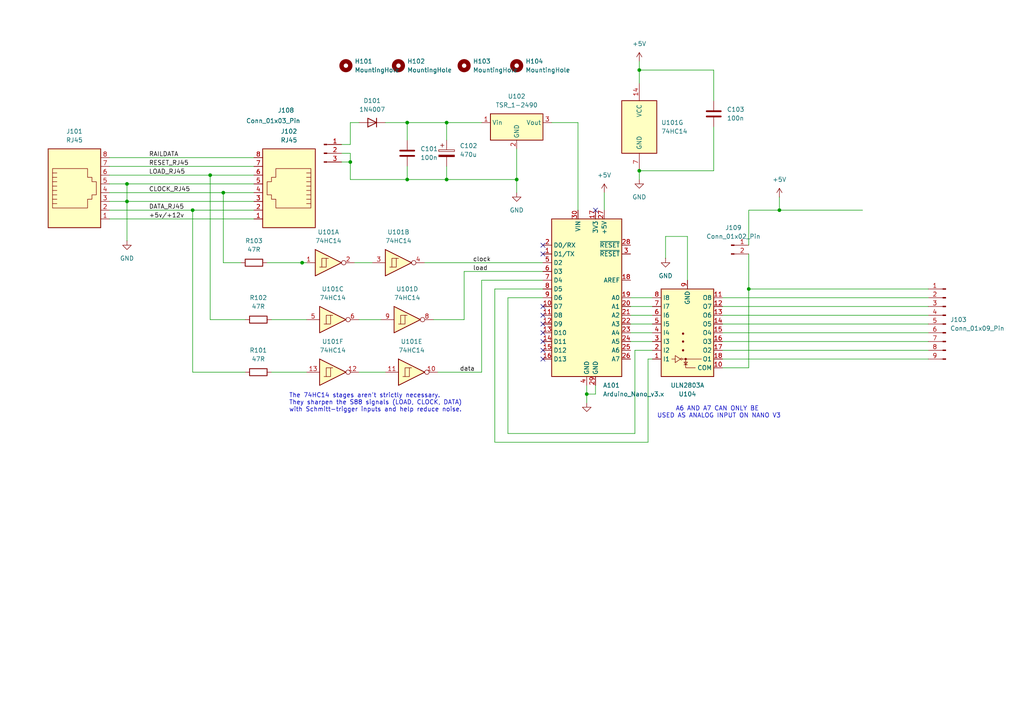
<source format=kicad_sch>
(kicad_sch (version 20250114) (generator "eeschema") (generator_version "9.0")
  (paper "A4")
  (lib_symbols
    (symbol "74xx:74HC14" (pin_names (offset 1.016))
      (property "Reference" "U" (at 0 1.27 0))
      (property "Value" "74HC14" (at 0 -1.27 0))
      (symbol "74HC14_1_0"
        (polyline (pts (xy -3.81 3.81) (xy -3.81 -3.81) (xy 3.81 0) (xy -3.81 3.81)) (stroke (width 0.254)) (fill (type background)))
        (pin input line (at -7.62 0 0) (length 3.81) (name "~") (number "1"))
        (pin output inverted (at 7.62 0 180) (length 3.81) (name "~") (number "2"))
      )
      (symbol "74HC14_1_1"
        (polyline (pts (xy -2.54 -1.27) (xy -0.635 -1.27) (xy -0.635 1.27) (xy 0 1.27)))
        (polyline (pts (xy -1.905 -1.27) (xy -1.905 1.27) (xy -0.635 1.27)))
      )
      (symbol "74HC14_2_0"
        (polyline (pts (xy -3.81 3.81) (xy -3.81 -3.81) (xy 3.81 0) (xy -3.81 3.81)) (stroke (width 0.254)) (fill (type background)))
        (pin input line (at -7.62 0 0) (length 3.81) (name "~") (number "3"))
        (pin output inverted (at 7.62 0 180) (length 3.81) (name "~") (number "4"))
      )
      (symbol "74HC14_2_1"
        (polyline (pts (xy -2.54 -1.27) (xy -0.635 -1.27) (xy -0.635 1.27) (xy 0 1.27)))
        (polyline (pts (xy -1.905 -1.27) (xy -1.905 1.27) (xy -0.635 1.27)))
      )
      (symbol "74HC14_3_0"
        (polyline (pts (xy -3.81 3.81) (xy -3.81 -3.81) (xy 3.81 0) (xy -3.81 3.81)) (stroke (width 0.254)) (fill (type background)))
        (pin input line (at -7.62 0 0) (length 3.81) (name "~") (number "5"))
        (pin output inverted (at 7.62 0 180) (length 3.81) (name "~") (number "6"))
      )
      (symbol "74HC14_3_1"
        (polyline (pts (xy -2.54 -1.27) (xy -0.635 -1.27) (xy -0.635 1.27) (xy 0 1.27)))
        (polyline (pts (xy -1.905 -1.27) (xy -1.905 1.27) (xy -0.635 1.27)))
      )
      (symbol "74HC14_4_0"
        (polyline (pts (xy -3.81 3.81) (xy -3.81 -3.81) (xy 3.81 0) (xy -3.81 3.81)) (stroke (width 0.254)) (fill (type background)))
        (pin input line (at -7.62 0 0) (length 3.81) (name "~") (number "9"))
        (pin output inverted (at 7.62 0 180) (length 3.81) (name "~") (number "8"))
      )
      (symbol "74HC14_4_1"
        (polyline (pts (xy -2.54 -1.27) (xy -0.635 -1.27) (xy -0.635 1.27) (xy 0 1.27)))
        (polyline (pts (xy -1.905 -1.27) (xy -1.905 1.27) (xy -0.635 1.27)))
      )
      (symbol "74HC14_5_0"
        (polyline (pts (xy -3.81 3.81) (xy -3.81 -3.81) (xy 3.81 0) (xy -3.81 3.81)) (stroke (width 0.254)) (fill (type background)))
        (pin input line (at -7.62 0 0) (length 3.81) (name "~") (number "11"))
        (pin output inverted (at 7.62 0 180) (length 3.81) (name "~") (number "10"))
      )
      (symbol "74HC14_5_1"
        (polyline (pts (xy -2.54 -1.27) (xy -0.635 -1.27) (xy -0.635 1.27) (xy 0 1.27)))
        (polyline (pts (xy -1.905 -1.27) (xy -1.905 1.27) (xy -0.635 1.27)))
      )
      (symbol "74HC14_6_0"
        (polyline (pts (xy -3.81 3.81) (xy -3.81 -3.81) (xy 3.81 0) (xy -3.81 3.81)) (stroke (width 0.254)) (fill (type background)))
        (pin input line (at -7.62 0 0) (length 3.81) (name "~") (number "13"))
        (pin output inverted (at 7.62 0 180) (length 3.81) (name "~") (number "12"))
      )
      (symbol "74HC14_6_1"
        (polyline (pts (xy -2.54 -1.27) (xy -0.635 -1.27) (xy -0.635 1.27) (xy 0 1.27)))
        (polyline (pts (xy -1.905 -1.27) (xy -1.905 1.27) (xy -0.635 1.27)))
      )
      (symbol "74HC14_7_0"
        (pin power_in line (at 0 12.7 270) (length 5.08) (name "VCC") (number "14"))
        (pin power_in line (at 0 -12.7 90) (length 5.08) (name "GND") (number "7"))
      )
      (symbol "74HC14_7_1"
        (rectangle (start -5.08 7.62) (end 5.08 -7.62) (stroke (width 0.254)) (fill (type background)))
      )
    )
    (symbol "Connector:Conn_01x02_Pin" (pin_names (offset 1.016) (hide yes))
      (property "Reference" "J" (at 0 2.54 0))
      (property "Value" "Conn_01x02_Pin" (at 0 -5.08 0))
      (symbol "Conn_01x02_Pin_1_1"
        (rectangle (start 0.8636 0.127) (end 0 -0.127) (stroke (width 0.1524)) (fill (type outline)))
        (rectangle (start 0.8636 -2.413) (end 0 -2.667) (stroke (width 0.1524)) (fill (type outline)))
        (polyline (pts (xy 1.27 0) (xy 0.8636 0)) (stroke (width 0.1524)))
        (polyline (pts (xy 1.27 -2.54) (xy 0.8636 -2.54)) (stroke (width 0.1524)))
        (pin passive line (at 5.08 0 180) (length 3.81) (name "Pin_1") (number "1"))
        (pin passive line (at 5.08 -2.54 180) (length 3.81) (name "Pin_2") (number "2"))
      )
    )
    (symbol "Connector:Conn_01x03_Pin" (pin_names (offset 1.016) (hide yes))
      (property "Reference" "J" (at 0 5.08 0))
      (property "Value" "Conn_01x03_Pin" (at 0 -5.08 0))
      (symbol "Conn_01x03_Pin_1_1"
        (rectangle (start 0.8636 2.667) (end 0 2.413) (stroke (width 0.1524)) (fill (type outline)))
        (rectangle (start 0.8636 0.127) (end 0 -0.127) (stroke (width 0.1524)) (fill (type outline)))
        (rectangle (start 0.8636 -2.413) (end 0 -2.667) (stroke (width 0.1524)) (fill (type outline)))
        (polyline (pts (xy 1.27 2.54) (xy 0.8636 2.54)) (stroke (width 0.1524)))
        (polyline (pts (xy 1.27 0) (xy 0.8636 0)) (stroke (width 0.1524)))
        (polyline (pts (xy 1.27 -2.54) (xy 0.8636 -2.54)) (stroke (width 0.1524)))
        (pin passive line (at 5.08 2.54 180) (length 3.81) (name "Pin_1") (number "1"))
        (pin passive line (at 5.08 0 180) (length 3.81) (name "Pin_2") (number "2"))
        (pin passive line (at 5.08 -2.54 180) (length 3.81) (name "Pin_3") (number "3"))
      )
    )
    (symbol "Connector:Conn_01x09_Pin" (pin_names (offset 1.016) (hide yes))
      (property "Reference" "J" (at 0 12.7 0))
      (property "Value" "Conn_01x09_Pin" (at 0 -12.7 0))
      (symbol "Conn_01x09_Pin_1_1"
        (rectangle (start 0.8636 10.287) (end 0 10.033) (stroke (width 0.1524)) (fill (type outline)))
        (rectangle (start 0.8636 7.747) (end 0 7.493) (stroke (width 0.1524)) (fill (type outline)))
        (rectangle (start 0.8636 5.207) (end 0 4.953) (stroke (width 0.1524)) (fill (type outline)))
        (rectangle (start 0.8636 2.667) (end 0 2.413) (stroke (width 0.1524)) (fill (type outline)))
        (rectangle (start 0.8636 0.127) (end 0 -0.127) (stroke (width 0.1524)) (fill (type outline)))
        (rectangle (start 0.8636 -2.413) (end 0 -2.667) (stroke (width 0.1524)) (fill (type outline)))
        (rectangle (start 0.8636 -4.953) (end 0 -5.207) (stroke (width 0.1524)) (fill (type outline)))
        (rectangle (start 0.8636 -7.493) (end 0 -7.747) (stroke (width 0.1524)) (fill (type outline)))
        (rectangle (start 0.8636 -10.033) (end 0 -10.287) (stroke (width 0.1524)) (fill (type outline)))
        (polyline (pts (xy 1.27 10.16) (xy 0.8636 10.16)) (stroke (width 0.1524)))
        (polyline (pts (xy 1.27 7.62) (xy 0.8636 7.62)) (stroke (width 0.1524)))
        (polyline (pts (xy 1.27 5.08) (xy 0.8636 5.08)) (stroke (width 0.1524)))
        (polyline (pts (xy 1.27 2.54) (xy 0.8636 2.54)) (stroke (width 0.1524)))
        (polyline (pts (xy 1.27 0) (xy 0.8636 0)) (stroke (width 0.1524)))
        (polyline (pts (xy 1.27 -2.54) (xy 0.8636 -2.54)) (stroke (width 0.1524)))
        (polyline (pts (xy 1.27 -5.08) (xy 0.8636 -5.08)) (stroke (width 0.1524)))
        (polyline (pts (xy 1.27 -7.62) (xy 0.8636 -7.62)) (stroke (width 0.1524)))
        (polyline (pts (xy 1.27 -10.16) (xy 0.8636 -10.16)) (stroke (width 0.1524)))
        (pin passive line (at 5.08 10.16 180) (length 3.81) (name "Pin_1") (number "1"))
        (pin passive line (at 5.08 7.62 180) (length 3.81) (name "Pin_2") (number "2"))
        (pin passive line (at 5.08 5.08 180) (length 3.81) (name "Pin_3") (number "3"))
        (pin passive line (at 5.08 2.54 180) (length 3.81) (name "Pin_4") (number "4"))
        (pin passive line (at 5.08 0 180) (length 3.81) (name "Pin_5") (number "5"))
        (pin passive line (at 5.08 -2.54 180) (length 3.81) (name "Pin_6") (number "6"))
        (pin passive line (at 5.08 -5.08 180) (length 3.81) (name "Pin_7") (number "7"))
        (pin passive line (at 5.08 -7.62 180) (length 3.81) (name "Pin_8") (number "8"))
        (pin passive line (at 5.08 -10.16 180) (length 3.81) (name "Pin_9") (number "9"))
      )
    )
    (symbol "Connector:RJ45" (pin_names (offset 1.016))
      (property "Reference" "J" (at -5.08 13.97 0))
      (property "Value" "RJ45" (at 2.54 13.97 0))
      (symbol "RJ45_0_1"
        (polyline (pts (xy -6.35 1.905) (xy -5.08 1.905) (xy -5.08 1.905)))
        (polyline (pts (xy -6.35 0.635) (xy -5.08 0.635) (xy -5.08 0.635)))
        (polyline (pts (xy -6.35 -0.635) (xy -5.08 -0.635) (xy -5.08 -0.635)))
        (polyline (pts (xy -6.35 -1.905) (xy -5.08 -1.905) (xy -5.08 -1.905)))
        (polyline (pts (xy -6.35 -3.175) (xy -5.08 -3.175) (xy -5.08 -3.175)))
        (polyline (pts (xy -6.35 -4.445) (xy -6.35 6.985) (xy 3.81 6.985) (xy 3.81 4.445) (xy 5.08 4.445) (xy 5.08 3.175) (xy 6.35 3.175) (xy 6.35 -0.635) (xy 5.08 -0.635) (xy 5.08 -1.905) (xy 3.81 -1.905) (xy 3.81 -4.445) (xy -6.35 -4.445) (xy -6.35 -4.445)))
        (polyline (pts (xy -5.08 5.715) (xy -6.35 5.715)))
        (polyline (pts (xy -5.08 4.445) (xy -6.35 4.445)))
        (polyline (pts (xy -5.08 3.175) (xy -6.35 3.175) (xy -6.35 3.175)))
        (rectangle (start 7.62 12.7) (end -7.62 -10.16) (stroke (width 0.254)) (fill (type background)))
      )
      (symbol "RJ45_1_1"
        (pin passive line (at 10.16 10.16 180) (length 2.54) (name "~") (number "8"))
        (pin passive line (at 10.16 7.62 180) (length 2.54) (name "~") (number "7"))
        (pin passive line (at 10.16 5.08 180) (length 2.54) (name "~") (number "6"))
        (pin passive line (at 10.16 2.54 180) (length 2.54) (name "~") (number "5"))
        (pin passive line (at 10.16 0 180) (length 2.54) (name "~") (number "4"))
        (pin passive line (at 10.16 -2.54 180) (length 2.54) (name "~") (number "3"))
        (pin passive line (at 10.16 -5.08 180) (length 2.54) (name "~") (number "2"))
        (pin passive line (at 10.16 -7.62 180) (length 2.54) (name "~") (number "1"))
      )
    )
    (symbol "Device:C" (pin_numbers (hide yes)) (pin_names (offset 0.254))
      (property "Reference" "C" (at 0.635 2.54 0))
      (property "Value" "C" (at 0.635 -2.54 0))
      (symbol "C_0_1"
        (polyline (pts (xy -2.032 0.762) (xy 2.032 0.762)) (stroke (width 0.508)))
        (polyline (pts (xy -2.032 -0.762) (xy 2.032 -0.762)) (stroke (width 0.508)))
      )
      (symbol "C_1_1"
        (pin passive line (at 0 3.81 270) (length 2.794) (name "~") (number "1"))
        (pin passive line (at 0 -3.81 90) (length 2.794) (name "~") (number "2"))
      )
    )
    (symbol "Device:C_Polarized" (pin_numbers (hide yes)) (pin_names (offset 0.254))
      (property "Reference" "C" (at 0.635 2.54 0))
      (property "Value" "C_Polarized" (at 0.635 -2.54 0))
      (symbol "C_Polarized_0_1"
        (rectangle (start -2.286 0.508) (end 2.286 1.016))
        (polyline (pts (xy -1.778 2.286) (xy -0.762 2.286)))
        (polyline (pts (xy -1.27 2.794) (xy -1.27 1.778)))
        (rectangle (start 2.286 -0.508) (end -2.286 -1.016) (fill (type outline)))
      )
      (symbol "C_Polarized_1_1"
        (pin passive line (at 0 3.81 270) (length 2.794) (name "~") (number "1"))
        (pin passive line (at 0 -3.81 90) (length 2.794) (name "~") (number "2"))
      )
    )
    (symbol "Device:R" (pin_numbers (hide yes)) (pin_names (offset 0))
      (property "Reference" "R" (at 2.032 0 90))
      (property "Value" "R" (at 0 0 90))
      (symbol "R_0_1"
        (rectangle (start -1.016 -2.54) (end 1.016 2.54) (stroke (width 0.254)))
      )
      (symbol "R_1_1"
        (pin passive line (at 0 3.81 270) (length 1.27) (name "~") (number "1"))
        (pin passive line (at 0 -3.81 90) (length 1.27) (name "~") (number "2"))
      )
    )
    (symbol "Diode:1N4007" (pin_numbers (hide yes)) (pin_names (hide yes))
      (property "Reference" "D" (at 0 2.54 0))
      (property "Value" "1N4007" (at 0 -2.54 0))
      (symbol "1N4007_0_1"
        (polyline (pts (xy -1.27 1.27) (xy -1.27 -1.27)) (stroke (width 0.254)))
        (polyline (pts (xy 1.27 1.27) (xy 1.27 -1.27) (xy -1.27 0) (xy 1.27 1.27)) (stroke (width 0.254)))
        (polyline (pts (xy 1.27 0) (xy -1.27 0)))
      )
      (symbol "1N4007_1_1"
        (pin passive line (at -3.81 0 0) (length 2.54) (name "K") (number "1"))
        (pin passive line (at 3.81 0 180) (length 2.54) (name "A") (number "2"))
      )
    )
    (symbol "MCU_Module:Arduino_Nano_v3.x"
      (property "Reference" "A" (at -10.16 23.495 0))
      (property "Value" "Arduino_Nano_v3.x" (at 5.08 -24.13 0))
      (symbol "Arduino_Nano_v3.x_0_1"
        (rectangle (start -10.16 22.86) (end 10.16 -22.86) (stroke (width 0.254)) (fill (type background)))
      )
      (symbol "Arduino_Nano_v3.x_1_1"
        (pin bidirectional line (at -12.7 15.24 0) (length 2.54) (name "D0/RX") (number "2"))
        (pin bidirectional line (at -12.7 12.7 0) (length 2.54) (name "D1/TX") (number "1"))
        (pin bidirectional line (at -12.7 10.16 0) (length 2.54) (name "D2") (number "5"))
        (pin bidirectional line (at -12.7 7.62 0) (length 2.54) (name "D3") (number "6"))
        (pin bidirectional line (at -12.7 5.08 0) (length 2.54) (name "D4") (number "7"))
        (pin bidirectional line (at -12.7 2.54 0) (length 2.54) (name "D5") (number "8"))
        (pin bidirectional line (at -12.7 0 0) (length 2.54) (name "D6") (number "9"))
        (pin bidirectional line (at -12.7 -2.54 0) (length 2.54) (name "D7") (number "10"))
        (pin bidirectional line (at -12.7 -5.08 0) (length 2.54) (name "D8") (number "11"))
        (pin bidirectional line (at -12.7 -7.62 0) (length 2.54) (name "D9") (number "12"))
        (pin bidirectional line (at -12.7 -10.16 0) (length 2.54) (name "D10") (number "13"))
        (pin bidirectional line (at -12.7 -12.7 0) (length 2.54) (name "D11") (number "14"))
        (pin bidirectional line (at -12.7 -15.24 0) (length 2.54) (name "D12") (number "15"))
        (pin bidirectional line (at -12.7 -17.78 0) (length 2.54) (name "D13") (number "16"))
        (pin power_in line (at -2.54 25.4 270) (length 2.54) (name "VIN") (number "30"))
        (pin power_in line (at 0 -25.4 90) (length 2.54) (name "GND") (number "4"))
        (pin power_out line (at 2.54 25.4 270) (length 2.54) (name "3V3") (number "17"))
        (pin power_in line (at 2.54 -25.4 90) (length 2.54) (name "GND") (number "29"))
        (pin power_out line (at 5.08 25.4 270) (length 2.54) (name "+5V") (number "27"))
        (pin input line (at 12.7 15.24 180) (length 2.54) (name "~{RESET}") (number "28"))
        (pin input line (at 12.7 12.7 180) (length 2.54) (name "~{RESET}") (number "3"))
        (pin input line (at 12.7 5.08 180) (length 2.54) (name "AREF") (number "18"))
        (pin bidirectional line (at 12.7 0 180) (length 2.54) (name "A0") (number "19"))
        (pin bidirectional line (at 12.7 -2.54 180) (length 2.54) (name "A1") (number "20"))
        (pin bidirectional line (at 12.7 -5.08 180) (length 2.54) (name "A2") (number "21"))
        (pin bidirectional line (at 12.7 -7.62 180) (length 2.54) (name "A3") (number "22"))
        (pin bidirectional line (at 12.7 -10.16 180) (length 2.54) (name "A4") (number "23"))
        (pin bidirectional line (at 12.7 -12.7 180) (length 2.54) (name "A5") (number "24"))
        (pin bidirectional line (at 12.7 -15.24 180) (length 2.54) (name "A6") (number "25"))
        (pin bidirectional line (at 12.7 -17.78 180) (length 2.54) (name "A7") (number "26"))
      )
    )
    (symbol "Mechanical:MountingHole" (pin_names (offset 1.016)) (exclude_from_sim yes) (in_bom no)
      (property "Reference" "H" (at 0 5.08 0))
      (property "Value" "MountingHole" (at 0 3.175 0))
      (symbol "MountingHole_0_1"
        (circle (center 0 0) (radius 1.27) (stroke (width 1.27)))
      )
    )
    (symbol "Regulator_Switching:TSR_1-2490"
      (property "Reference" "U" (at -7.62 6.35 0))
      (property "Value" "TSR_1-2490" (at -1.27 6.35 0))
      (symbol "TSR_1-2490_0_1"
        (rectangle (start -7.62 5.08) (end 7.62 -2.54) (stroke (width 0.254)) (fill (type background)))
      )
      (symbol "TSR_1-2490_1_1"
        (pin power_in line (at -10.16 2.54 0) (length 2.54) (name "Vin") (number "1"))
        (pin power_in line (at 0 -5.08 90) (length 2.54) (name "GND") (number "2"))
        (pin power_out line (at 10.16 2.54 180) (length 2.54) (name "Vout") (number "3"))
      )
    )
    (symbol "Transistor_Array:ULN2803A"
      (property "Reference" "U" (at 0 13.335 0))
      (property "Value" "ULN2803A" (at 0 11.43 0))
      (symbol "ULN2803A_0_1"
        (rectangle (start -7.62 -15.24) (end 7.62 10.16) (stroke (width 0.254)) (fill (type background)))
        (polyline (pts (xy -4.572 5.08) (xy -3.556 5.08)))
        (polyline (pts (xy -3.556 6.096) (xy -3.556 4.064) (xy -2.032 5.08) (xy -3.556 6.096)))
        (circle (center -1.778 5.08) (radius 0.254))
        (polyline (pts (xy -1.524 5.08) (xy 4.064 5.08)))
        (circle (center -1.27 2.54) (radius 0.254) (fill (type outline)))
        (circle (center -1.27 0) (radius 0.254) (fill (type outline)))
        (circle (center -1.27 -2.286) (radius 0.254) (fill (type outline)))
        (circle (center -0.508 5.08) (radius 0.254) (fill (type outline)))
        (polyline (pts (xy -0.508 5.08) (xy -0.508 7.62) (xy 2.286 7.62)))
        (polyline (pts (xy 0 6.731) (xy -1.016 6.731)))
        (polyline (pts (xy 0 5.969) (xy -1.016 5.969) (xy -0.508 6.731) (xy 0 5.969)))
      )
      (symbol "ULN2803A_1_1"
        (pin input line (at -10.16 5.08 0) (length 2.54) (name "I1") (number "1"))
        (pin input line (at -10.16 2.54 0) (length 2.54) (name "I2") (number "2"))
        (pin input line (at -10.16 0 0) (length 2.54) (name "I3") (number "3"))
        (pin input line (at -10.16 -2.54 0) (length 2.54) (name "I4") (number "4"))
        (pin input line (at -10.16 -5.08 0) (length 2.54) (name "I5") (number "5"))
        (pin input line (at -10.16 -7.62 0) (length 2.54) (name "I6") (number "6"))
        (pin input line (at -10.16 -10.16 0) (length 2.54) (name "I7") (number "7"))
        (pin input line (at -10.16 -12.7 0) (length 2.54) (name "I8") (number "8"))
        (pin power_in line (at 0 -17.78 90) (length 2.54) (name "GND") (number "9"))
        (pin passive line (at 10.16 7.62 180) (length 2.54) (name "COM") (number "10"))
        (pin open_collector line (at 10.16 5.08 180) (length 2.54) (name "O1") (number "18"))
        (pin open_collector line (at 10.16 2.54 180) (length 2.54) (name "O2") (number "17"))
        (pin open_collector line (at 10.16 0 180) (length 2.54) (name "O3") (number "16"))
        (pin open_collector line (at 10.16 -2.54 180) (length 2.54) (name "O4") (number "15"))
        (pin open_collector line (at 10.16 -5.08 180) (length 2.54) (name "O5") (number "14"))
        (pin open_collector line (at 10.16 -7.62 180) (length 2.54) (name "O6") (number "13"))
        (pin open_collector line (at 10.16 -10.16 180) (length 2.54) (name "O7") (number "12"))
        (pin open_collector line (at 10.16 -12.7 180) (length 2.54) (name "O8") (number "11"))
      )
    )
    (symbol "power:+5V" (power) (pin_numbers (hide yes)) (pin_names (offset 0) (hide yes))
      (property "Value" "+5V" (at 0 3.556 0))
      (symbol "+5V_0_1"
        (polyline (pts (xy -0.762 1.27) (xy 0 2.54)))
        (polyline (pts (xy 0 2.54) (xy 0.762 1.27)))
        (polyline (pts (xy 0 0) (xy 0 2.54)))
      )
      (symbol "+5V_1_1"
        (pin power_in line (at 0 0 90) (length 0) (name "~") (number "1"))
      )
    )
    (symbol "power:GND" (power) (pin_numbers (hide yes)) (pin_names (offset 0) (hide yes))
      (property "Value" "GND" (at 0 -3.81 0))
      (symbol "GND_0_1"
        (polyline (pts (xy 0 0) (xy 0 -1.27) (xy 1.27 -1.27) (xy 0 -2.54) (xy -1.27 -1.27) (xy 0 -1.27)))
      )
      (symbol "GND_1_1"
        (pin power_in line (at 0 0 270) (length 0) (name "~") (number "1"))
      )
    )
  )
  (text "The 74HC14 stages aren't strictly necessary.\nThey sharpen the S88 signals (LOAD, CLOCK, DATA) \nwith Schmitt-trigger inputs and help reduce noise." (at 83.82 116.84 0) (effects (font (size 1.27 1.27)) (justify left)))
  (text "A6 AND A7 CAN ONLY BE \nUSED AS ANALOG INPUT ON NANO V3" (at 208.534 119.634 0) (effects (font (size 1.27 1.27))))
  (junction (at 170.18 114.3))
  (junction (at 129.54 52.07))
  (junction (at 118.11 52.07))
  (junction (at 185.42 49.53))
  (junction (at 87.63 76.2))
  (junction (at 129.54 35.56))
  (junction (at 55.88 60.96))
  (junction (at 36.83 53.34))
  (junction (at 118.11 35.56))
  (junction (at 60.96 50.8))
  (junction (at 149.86 52.07))
  (junction (at 101.6 46.99))
  (junction (at 36.83 58.42))
  (junction (at 185.42 20.32))
  (junction (at 64.77 55.88))
  (junction (at 217.17 83.82))
  (junction (at 226.06 60.96))
  (no_connect (at 157.48 91.44))
  (no_connect (at 157.48 71.12))
  (no_connect (at 157.48 73.66))
  (no_connect (at 157.48 96.52))
  (no_connect (at 157.48 104.14))
  (no_connect (at 157.48 101.6))
  (no_connect (at 172.72 60.96))
  (no_connect (at 157.48 99.06))
  (no_connect (at 157.48 88.9))
  (no_connect (at 157.48 93.98))
  (wire (pts (xy 184.15 125.73) (xy 147.32 125.73)))
  (wire (pts (xy 184.15 101.6) (xy 184.15 125.73)))
  (wire (pts (xy 170.18 111.76) (xy 170.18 114.3)))
  (wire (pts (xy 36.83 53.34) (xy 73.66 53.34)))
  (wire (pts (xy 217.17 83.82) (xy 217.17 73.66)))
  (wire (pts (xy 189.23 101.6) (xy 184.15 101.6)))
  (wire (pts (xy 73.66 55.88) (xy 64.77 55.88)))
  (wire (pts (xy 60.96 92.71) (xy 60.96 50.8)))
  (wire (pts (xy 118.11 35.56) (xy 129.54 35.56)))
  (wire (pts (xy 118.11 48.26) (xy 118.11 52.07)))
  (wire (pts (xy 147.32 125.73) (xy 147.32 86.36)))
  (wire (pts (xy 64.77 76.2) (xy 69.85 76.2)))
  (wire (pts (xy 209.55 104.14) (xy 269.24 104.14)))
  (wire (pts (xy 64.77 55.88) (xy 64.77 76.2)))
  (wire (pts (xy 185.42 17.78) (xy 185.42 20.32)))
  (wire (pts (xy 209.55 106.68) (xy 217.17 106.68)))
  (wire (pts (xy 217.17 60.96) (xy 226.06 60.96)))
  (wire (pts (xy 172.72 111.76) (xy 172.72 114.3)))
  (wire (pts (xy 129.54 48.26) (xy 129.54 52.07)))
  (wire (pts (xy 226.06 60.96) (xy 250.19 60.96)))
  (wire (pts (xy 139.7 81.28) (xy 157.48 81.28)))
  (wire (pts (xy 185.42 20.32) (xy 185.42 24.13)))
  (wire (pts (xy 209.55 88.9) (xy 269.24 88.9)))
  (wire (pts (xy 127 107.95) (xy 139.7 107.95)))
  (wire (pts (xy 104.14 92.71) (xy 110.49 92.71)))
  (wire (pts (xy 189.23 88.9) (xy 182.88 88.9)))
  (wire (pts (xy 160.02 35.56) (xy 167.64 35.56)))
  (wire (pts (xy 31.75 63.5) (xy 73.66 63.5)))
  (wire (pts (xy 71.12 92.71) (xy 60.96 92.71)))
  (wire (pts (xy 99.06 41.91) (xy 101.6 41.91)))
  (wire (pts (xy 189.23 93.98) (xy 182.88 93.98)))
  (wire (pts (xy 187.96 104.14) (xy 189.23 104.14)))
  (wire (pts (xy 36.83 58.42) (xy 36.83 53.34)))
  (wire (pts (xy 73.66 45.72) (xy 31.75 45.72)))
  (wire (pts (xy 77.47 76.2) (xy 87.63 76.2)))
  (wire (pts (xy 118.11 52.07) (xy 129.54 52.07)))
  (wire (pts (xy 209.55 101.6) (xy 269.24 101.6)))
  (wire (pts (xy 36.83 58.42) (xy 73.66 58.42)))
  (wire (pts (xy 129.54 35.56) (xy 139.7 35.56)))
  (wire (pts (xy 101.6 52.07) (xy 118.11 52.07)))
  (wire (pts (xy 104.14 107.95) (xy 111.76 107.95)))
  (wire (pts (xy 102.87 76.2) (xy 107.95 76.2)))
  (wire (pts (xy 217.17 106.68) (xy 217.17 83.82)))
  (wire (pts (xy 209.55 96.52) (xy 269.24 96.52)))
  (wire (pts (xy 149.86 43.18) (xy 149.86 52.07)))
  (wire (pts (xy 55.88 60.96) (xy 31.75 60.96)))
  (wire (pts (xy 170.18 114.3) (xy 172.72 114.3)))
  (wire (pts (xy 134.62 92.71) (xy 134.62 78.74)))
  (wire (pts (xy 185.42 20.32) (xy 207.01 20.32)))
  (wire (pts (xy 64.77 55.88) (xy 31.75 55.88)))
  (wire (pts (xy 199.39 81.28) (xy 199.39 68.58)))
  (wire (pts (xy 167.64 35.56) (xy 167.64 60.96)))
  (wire (pts (xy 199.39 68.58) (xy 193.04 68.58)))
  (wire (pts (xy 73.66 48.26) (xy 31.75 48.26)))
  (wire (pts (xy 111.76 35.56) (xy 118.11 35.56)))
  (wire (pts (xy 101.6 46.99) (xy 101.6 52.07)))
  (wire (pts (xy 71.12 107.95) (xy 55.88 107.95)))
  (wire (pts (xy 185.42 49.53) (xy 185.42 52.07)))
  (wire (pts (xy 193.04 68.58) (xy 193.04 74.93)))
  (wire (pts (xy 149.86 52.07) (xy 149.86 55.88)))
  (wire (pts (xy 31.75 53.34) (xy 36.83 53.34)))
  (wire (pts (xy 209.55 91.44) (xy 269.24 91.44)))
  (wire (pts (xy 101.6 41.91) (xy 101.6 35.56)))
  (wire (pts (xy 207.01 36.83) (xy 207.01 49.53)))
  (wire (pts (xy 143.51 83.82) (xy 143.51 128.27)))
  (wire (pts (xy 88.9 107.95) (xy 78.74 107.95)))
  (wire (pts (xy 170.18 114.3) (xy 170.18 116.84)))
  (wire (pts (xy 189.23 99.06) (xy 182.88 99.06)))
  (wire (pts (xy 60.96 50.8) (xy 31.75 50.8)))
  (wire (pts (xy 143.51 128.27) (xy 187.96 128.27)))
  (wire (pts (xy 217.17 71.12) (xy 217.17 60.96)))
  (wire (pts (xy 207.01 49.53) (xy 185.42 49.53)))
  (wire (pts (xy 187.96 128.27) (xy 187.96 104.14)))
  (wire (pts (xy 78.74 92.71) (xy 88.9 92.71)))
  (wire (pts (xy 36.83 58.42) (xy 36.83 69.85)))
  (wire (pts (xy 189.23 91.44) (xy 182.88 91.44)))
  (wire (pts (xy 99.06 44.45) (xy 101.6 44.45)))
  (wire (pts (xy 73.66 50.8) (xy 60.96 50.8)))
  (wire (pts (xy 209.55 99.06) (xy 269.24 99.06)))
  (wire (pts (xy 175.26 55.88) (xy 175.26 60.96)))
  (wire (pts (xy 129.54 52.07) (xy 149.86 52.07)))
  (wire (pts (xy 101.6 44.45) (xy 101.6 46.99)))
  (wire (pts (xy 87.63 76.2) (xy 88.9 76.2)))
  (wire (pts (xy 157.48 83.82) (xy 143.51 83.82)))
  (wire (pts (xy 118.11 35.56) (xy 118.11 40.64)))
  (wire (pts (xy 129.54 35.56) (xy 129.54 40.64)))
  (wire (pts (xy 209.55 93.98) (xy 269.24 93.98)))
  (wire (pts (xy 207.01 20.32) (xy 207.01 29.21)))
  (wire (pts (xy 101.6 35.56) (xy 104.14 35.56)))
  (wire (pts (xy 189.23 86.36) (xy 182.88 86.36)))
  (wire (pts (xy 31.75 58.42) (xy 36.83 58.42)))
  (wire (pts (xy 73.66 60.96) (xy 55.88 60.96)))
  (wire (pts (xy 125.73 92.71) (xy 134.62 92.71)))
  (wire (pts (xy 217.17 83.82) (xy 269.24 83.82)))
  (wire (pts (xy 209.55 86.36) (xy 269.24 86.36)))
  (wire (pts (xy 147.32 86.36) (xy 157.48 86.36)))
  (wire (pts (xy 139.7 107.95) (xy 139.7 81.28)))
  (wire (pts (xy 123.19 76.2) (xy 157.48 76.2)))
  (wire (pts (xy 99.06 46.99) (xy 101.6 46.99)))
  (wire (pts (xy 226.06 57.15) (xy 226.06 60.96)))
  (wire (pts (xy 134.62 78.74) (xy 157.48 78.74)))
  (wire (pts (xy 55.88 107.95) (xy 55.88 60.96)))
  (wire (pts (xy 189.23 96.52) (xy 182.88 96.52)))
  (label "clock" (at 137.16 76.2 0))
  (label "LOAD_RJ45" (at 43.18 50.8 0))
  (label "+5v{slash}+12v" (at 43.18 63.5 0))
  (label "DATA_RJ45" (at 43.18 60.96 0))
  (label "CLOCK_RJ45" (at 43.18 55.88 0))
  (label "data" (at 133.35 107.95 0))
  (label "load" (at 137.16 78.74 0))
  (label "RAILDATA" (at 43.18 45.72 0))
  (label "RESET_RJ45" (at 43.18 48.26 0))
  (symbol (lib_id "Connector:Conn_01x09_Pin") (at 274.32 93.98 0) (mirror y) (unit 1)
    (property "Reference" "J103" (at 275.59 92.7099 0) (effects (justify right)))
    (property "Value" "Conn_01x09_Pin" (at 275.59 95.2499 0) (effects (justify right)))
    (property "Footprint" "Connector_JST:JST_PH_B9B-PH-K_1x09_P2.00mm_Vertical" (effects (hide yes)))
    (property "Description" "Generic connector, single row, 01x09, script generated" (effects (hide yes)))
  )
  (symbol (lib_id "Mechanical:MountingHole") (at 134.62 19.05 0) (unit 1) (exclude_from_sim yes) (in_bom no)
    (property "Reference" "H103" (at 137.16 17.7799 0) (effects (justify left)))
    (property "Value" "MountingHole" (at 137.16 20.3199 0) (effects (justify left)))
    (property "Footprint" "MountingHole:MountingHole_4mm" (effects (hide yes)))
    (property "Description" "Mounting Hole without connection" (effects (hide yes)))
  )
  (symbol (lib_id "Connector:RJ45") (at 21.59 55.88 0) (unit 1)
    (property "Reference" "J101" (at 21.59 38.1 0))
    (property "Value" "RJ45" (at 21.59 40.64 0))
    (property "Footprint" "Connector_RJ:RJ45_Amphenol_RJHSE5380" (effects (hide yes)))
    (property "Description" "RJ connector, 8P8C (8 positions 8 connected)" (effects (hide yes)))
  )
  (symbol (lib_id "Device:C") (at 118.11 44.45 0) (unit 1)
    (property "Reference" "C101" (at 121.92 43.1799 0) (effects (justify left)))
    (property "Value" "100n" (at 121.92 45.7199 0) (effects (justify left)))
    (property "Footprint" "Capacitor_SMD:C_0805_2012Metric" (effects (hide yes)))
    (property "Description" "Unpolarized capacitor" (effects (hide yes)))
  )
  (symbol (lib_id "power:+5V") (at 175.26 55.88 0) (unit 1)
    (property "Reference" "#PWR0105" (effects (hide yes)))
    (property "Value" "+5V" (at 175.26 50.8 0))
    (property "Description" "Power symbol creates a global label with name \"+5V\"" (effects (hide yes)))
  )
  (symbol (lib_id "74xx:74HC14") (at 96.52 92.71 0) (unit 3)
    (property "Reference" "U101" (at 96.52 83.82 0))
    (property "Value" "74HC14" (at 96.52 86.36 0))
    (property "Footprint" "Package_DIP:DIP-14_W7.62mm" (effects (hide yes)))
    (property "Datasheet" "http://www.ti.com/lit/gpn/sn74HC14" (effects (hide yes)))
    (property "Description" "Hex inverter schmitt trigger" (effects (hide yes)))
  )
  (symbol (lib_id "power:+5V") (at 226.06 57.15 0) (unit 1)
    (property "Reference" "#PWR0107" (effects (hide yes)))
    (property "Value" "+5V" (at 226.06 52.07 0))
    (property "Description" "Power symbol creates a global label with name \"+5V\"" (effects (hide yes)))
  )
  (symbol (lib_id "power:GND") (at 170.18 116.84 0) (unit 1)
    (property "Reference" "#PWR0101" (effects (hide yes)))
    (property "Value" "GND" (effects (hide yes)))
    (property "Description" "Power symbol creates a global label with name \"GND\" , ground" (effects (hide yes)))
  )
  (symbol (lib_id "74xx:74HC14") (at 115.57 76.2 0) (unit 2)
    (property "Reference" "U101" (at 115.57 67.31 0))
    (property "Value" "74HC14" (at 115.57 69.85 0))
    (property "Footprint" "Package_DIP:DIP-14_W7.62mm" (effects (hide yes)))
    (property "Datasheet" "http://www.ti.com/lit/gpn/sn74HC14" (effects (hide yes)))
    (property "Description" "Hex inverter schmitt trigger" (effects (hide yes)))
  )
  (symbol (lib_id "power:+5V") (at 185.42 17.78 0) (unit 1)
    (property "Reference" "#PWR0104" (effects (hide yes)))
    (property "Value" "+5V" (at 185.42 12.7 0))
    (property "Description" "Power symbol creates a global label with name \"+5V\"" (effects (hide yes)))
  )
  (symbol (lib_id "power:GND") (at 185.42 52.07 0) (unit 1)
    (property "Reference" "#PWR0103" (effects (hide yes)))
    (property "Value" "GND" (at 185.42 57.15 0))
    (property "Description" "Power symbol creates a global label with name \"GND\" , ground" (effects (hide yes)))
  )
  (symbol (lib_id "power:GND") (at 36.83 69.85 0) (unit 1)
    (property "Reference" "#PWR0102" (effects (hide yes)))
    (property "Value" "GND" (at 36.83 74.93 0))
    (property "Description" "Power symbol creates a global label with name \"GND\" , ground" (effects (hide yes)))
  )
  (symbol (lib_id "Diode:1N4007") (at 107.95 35.56 180) (unit 1)
    (property "Reference" "D101" (at 107.95 29.21 0))
    (property "Value" "1N4007" (at 107.95 31.75 0))
    (property "Footprint" "Diode_THT:D_DO-41_SOD81_P10.16mm_Horizontal" (effects (hide yes)))
    (property "Datasheet" "http://www.vishay.com/docs/88503/1n4001.pdf" (effects (hide yes)))
    (property "Description" "1000V 1A General Purpose Rectifier Diode, DO-41" (effects (hide yes)))
    (property "Sim.Device" "D" (effects (hide yes)))
    (property "Sim.Pins" "1=K 2=A" (effects (hide yes)))
  )
  (symbol (lib_id "Connector:Conn_01x02_Pin") (at 212.09 71.12 0) (unit 1)
    (property "Reference" "J109" (at 212.725 66.04 0))
    (property "Value" "Conn_01x02_Pin" (at 212.725 68.58 0))
    (property "Footprint" "Connector_PinHeader_2.54mm:PinHeader_1x02_P2.54mm_Vertical" (effects (hide yes)))
    (property "Description" "Generic connector, single row, 01x02, script generated" (effects (hide yes)))
  )
  (symbol (lib_id "Device:R") (at 74.93 107.95 90) (unit 1)
    (property "Reference" "R101" (at 74.93 101.6 90))
    (property "Value" "47R" (at 74.93 104.14 90))
    (property "Footprint" "Capacitor_SMD:C_0805_2012Metric" (effects (hide yes)))
    (property "Description" "Resistor" (effects (hide yes)))
  )
  (symbol (lib_id "Connector:RJ45") (at 83.82 55.88 0) (mirror y) (unit 1)
    (property "Reference" "J102" (at 83.82 38.1 0))
    (property "Value" "RJ45" (at 83.82 40.64 0))
    (property "Footprint" "Connector_RJ:RJ45_Amphenol_RJHSE5380" (effects (hide yes)))
    (property "Description" "RJ connector, 8P8C (8 positions 8 connected)" (effects (hide yes)))
  )
  (symbol (lib_id "74xx:74HC14") (at 96.52 107.95 0) (unit 6)
    (property "Reference" "U101" (at 96.52 99.06 0))
    (property "Value" "74HC14" (at 96.52 101.6 0))
    (property "Footprint" "Package_DIP:DIP-14_W7.62mm" (effects (hide yes)))
    (property "Datasheet" "http://www.ti.com/lit/gpn/sn74HC14" (effects (hide yes)))
    (property "Description" "Hex inverter schmitt trigger" (effects (hide yes)))
  )
  (symbol (lib_id "Transistor_Array:ULN2803A") (at 199.39 99.06 0) (mirror x) (unit 1)
    (property "Reference" "U104" (at 199.39 114.3 0))
    (property "Value" "ULN2803A" (at 199.39 111.76 0))
    (property "Footprint" "Package_DIP:DIP-18_W7.62mm" (effects (hide yes)))
    (property "Datasheet" "http://www.ti.com/lit/ds/symlink/uln2803a.pdf" (effects (hide yes)))
    (property "Description" "Darlington Transistor Arrays, SOIC18/DIP18" (effects (hide yes)))
  )
  (symbol (lib_id "power:GND") (at 149.86 55.88 0) (unit 1)
    (property "Reference" "#PWR0106" (effects (hide yes)))
    (property "Value" "GND" (at 149.86 60.96 0))
    (property "Description" "Power symbol creates a global label with name \"GND\" , ground" (effects (hide yes)))
  )
  (symbol (lib_id "74xx:74HC14") (at 118.11 92.71 0) (unit 4)
    (property "Reference" "U101" (at 118.11 83.82 0))
    (property "Value" "74HC14" (at 118.11 86.36 0))
    (property "Footprint" "Package_DIP:DIP-14_W7.62mm" (effects (hide yes)))
    (property "Datasheet" "http://www.ti.com/lit/gpn/sn74HC14" (effects (hide yes)))
    (property "Description" "Hex inverter schmitt trigger" (effects (hide yes)))
  )
  (symbol (lib_id "Regulator_Switching:TSR_1-2490") (at 149.86 38.1 0) (unit 1)
    (property "Reference" "U102" (at 149.86 27.94 0))
    (property "Value" "TSR_1-2490" (at 149.86 30.48 0))
    (property "Footprint" "Converter_DCDC:Converter_DCDC_TRACO_TSR-1_THT" (effects (hide yes)))
    (property "Datasheet" "http://www.tracopower.com/products/tsr1.pdf" (effects (hide yes)))
    (property "Description" "1A step-down regulator module, fixed 9V output voltage, 2-36V input voltage, -40°C to +85°C temperature range, TO-220 compatible LM78xx replacement" (effects (hide yes)))
  )
  (symbol (lib_id "74xx:74HC14") (at 185.42 36.83 0) (unit 7)
    (property "Reference" "U101" (at 191.77 35.5599 0) (effects (justify left)))
    (property "Value" "74HC14" (at 191.77 38.0999 0) (effects (justify left)))
    (property "Footprint" "Package_DIP:DIP-14_W7.62mm" (effects (hide yes)))
    (property "Datasheet" "http://www.ti.com/lit/gpn/sn74HC14" (effects (hide yes)))
    (property "Description" "Hex inverter schmitt trigger" (effects (hide yes)))
  )
  (symbol (lib_id "Device:R") (at 74.93 92.71 90) (unit 1)
    (property "Reference" "R102" (at 74.93 86.36 90))
    (property "Value" "47R" (at 74.93 88.9 90))
    (property "Footprint" "Capacitor_SMD:C_0805_2012Metric" (effects (hide yes)))
    (property "Description" "Resistor" (effects (hide yes)))
  )
  (symbol (lib_id "Mechanical:MountingHole") (at 149.86 19.05 0) (unit 1) (exclude_from_sim yes) (in_bom no)
    (property "Reference" "H104" (at 152.4 17.7799 0) (effects (justify left)))
    (property "Value" "MountingHole" (at 152.4 20.3199 0) (effects (justify left)))
    (property "Footprint" "MountingHole:MountingHole_4mm" (effects (hide yes)))
    (property "Description" "Mounting Hole without connection" (effects (hide yes)))
  )
  (symbol (lib_id "Device:C_Polarized") (at 129.54 44.45 0) (unit 1)
    (property "Reference" "C102" (at 133.35 42.2909 0) (effects (justify left)))
    (property "Value" "470u" (at 133.35 44.8309 0) (effects (justify left)))
    (property "Footprint" "Capacitor_THT:CP_Radial_D10.0mm_P3.50mm" (effects (hide yes)))
    (property "Description" "Polarized capacitor" (effects (hide yes)))
  )
  (symbol (lib_id "Device:R") (at 73.66 76.2 90) (unit 1)
    (property "Reference" "R103" (at 73.66 69.85 90))
    (property "Value" "47R" (at 73.66 72.39 90))
    (property "Footprint" "Capacitor_SMD:C_0805_2012Metric" (effects (hide yes)))
    (property "Description" "Resistor" (effects (hide yes)))
  )
  (symbol (lib_id "Mechanical:MountingHole") (at 100.33 19.05 0) (unit 1) (exclude_from_sim yes) (in_bom no)
    (property "Reference" "H101" (at 102.87 17.7799 0) (effects (justify left)))
    (property "Value" "MountingHole" (at 102.87 20.3199 0) (effects (justify left)))
    (property "Footprint" "MountingHole:MountingHole_4mm" (effects (hide yes)))
    (property "Description" "Mounting Hole without connection" (effects (hide yes)))
  )
  (symbol (lib_id "74xx:74HC14") (at 119.38 107.95 0) (unit 5)
    (property "Reference" "U101" (at 119.38 99.06 0))
    (property "Value" "74HC14" (at 119.38 101.6 0))
    (property "Footprint" "Package_DIP:DIP-14_W7.62mm" (effects (hide yes)))
    (property "Datasheet" "http://www.ti.com/lit/gpn/sn74HC14" (effects (hide yes)))
    (property "Description" "Hex inverter schmitt trigger" (effects (hide yes)))
  )
  (symbol (lib_id "Device:C") (at 207.01 33.02 0) (unit 1)
    (property "Reference" "C103" (at 210.82 31.7499 0) (effects (justify left)))
    (property "Value" "100n" (at 210.82 34.2899 0) (effects (justify left)))
    (property "Footprint" "Capacitor_SMD:C_0805_2012Metric" (effects (hide yes)))
    (property "Description" "Unpolarized capacitor" (effects (hide yes)))
  )
  (symbol (lib_id "MCU_Module:Arduino_Nano_v3.x") (at 170.18 86.36 0) (unit 1)
    (property "Reference" "A101" (at 174.8633 111.76 0) (effects (justify left)))
    (property "Value" "Arduino_Nano_v3.x" (at 174.8633 114.3 0) (effects (justify left)))
    (property "Footprint" "Module:Arduino_Nano" (effects (hide yes)))
    (property "Datasheet" "http://www.mouser.com/pdfdocs/Gravitech_Arduino_Nano3_0.pdf" (effects (hide yes)))
    (property "Description" "Arduino Nano v3.x" (effects (hide yes)))
  )
  (symbol (lib_id "power:GND") (at 193.04 74.93 0) (unit 1)
    (property "Reference" "#PWR0108" (effects (hide yes)))
    (property "Value" "GND" (at 193.04 80.01 0))
    (property "Description" "Power symbol creates a global label with name \"GND\" , ground" (effects (hide yes)))
  )
  (symbol (lib_id "Connector:Conn_01x03_Pin") (at 93.98 44.45 0) (unit 1)
    (property "Reference" "J108" (at 85.344 32.004 0) (effects (justify right)))
    (property "Value" "Conn_01x03_Pin" (at 87.122 35.052 0) (effects (justify right)))
    (property "Footprint" "Connector_JST:JST_PH_B3B-PH-K_1x03_P2.00mm_Vertical" (effects (hide yes)))
    (property "Description" "Generic connector, single row, 01x03, script generated" (effects (hide yes)))
  )
  (symbol (lib_id "74xx:74HC14") (at 95.25 76.2 0) (unit 1)
    (property "Reference" "U101" (at 95.25 67.31 0))
    (property "Value" "74HC14" (at 95.25 69.85 0))
    (property "Footprint" "Package_DIP:DIP-14_W7.62mm" (effects (hide yes)))
    (property "Datasheet" "http://www.ti.com/lit/gpn/sn74HC14" (effects (hide yes)))
    (property "Description" "Hex inverter schmitt trigger" (effects (hide yes)))
  )
  (symbol (lib_id "Mechanical:MountingHole") (at 115.57 19.05 0) (unit 1) (exclude_from_sim yes) (in_bom no)
    (property "Reference" "H102" (at 118.11 17.7799 0) (effects (justify left)))
    (property "Value" "MountingHole" (at 118.11 20.3199 0) (effects (justify left)))
    (property "Footprint" "MountingHole:MountingHole_4mm" (effects (hide yes)))
    (property "Description" "Mounting Hole without connection" (effects (hide yes)))
  )
)
</source>
